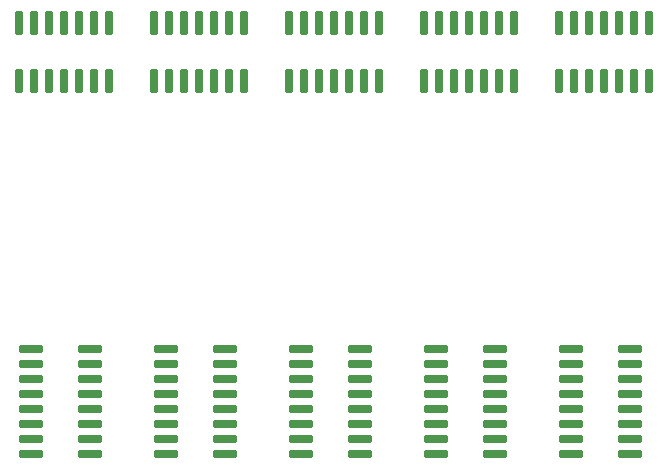
<source format=gtp>
G04 #@! TF.GenerationSoftware,KiCad,Pcbnew,7.0.9*
G04 #@! TF.CreationDate,2023-12-28T16:33:31-08:00*
G04 #@! TF.ProjectId,soic breakouts,736f6963-2062-4726-9561-6b6f7574732e,rev?*
G04 #@! TF.SameCoordinates,Original*
G04 #@! TF.FileFunction,Paste,Top*
G04 #@! TF.FilePolarity,Positive*
%FSLAX46Y46*%
G04 Gerber Fmt 4.6, Leading zero omitted, Abs format (unit mm)*
G04 Created by KiCad (PCBNEW 7.0.9) date 2023-12-28 16:33:31*
%MOMM*%
%LPD*%
G01*
G04 APERTURE LIST*
G04 Aperture macros list*
%AMRoundRect*
0 Rectangle with rounded corners*
0 $1 Rounding radius*
0 $2 $3 $4 $5 $6 $7 $8 $9 X,Y pos of 4 corners*
0 Add a 4 corners polygon primitive as box body*
4,1,4,$2,$3,$4,$5,$6,$7,$8,$9,$2,$3,0*
0 Add four circle primitives for the rounded corners*
1,1,$1+$1,$2,$3*
1,1,$1+$1,$4,$5*
1,1,$1+$1,$6,$7*
1,1,$1+$1,$8,$9*
0 Add four rect primitives between the rounded corners*
20,1,$1+$1,$2,$3,$4,$5,0*
20,1,$1+$1,$4,$5,$6,$7,0*
20,1,$1+$1,$6,$7,$8,$9,0*
20,1,$1+$1,$8,$9,$2,$3,0*%
G04 Aperture macros list end*
%ADD10RoundRect,0.042000X-0.943000X-0.258000X0.943000X-0.258000X0.943000X0.258000X-0.943000X0.258000X0*%
%ADD11RoundRect,0.090000X-0.210000X0.895000X-0.210000X-0.895000X0.210000X-0.895000X0.210000X0.895000X0*%
G04 APERTURE END LIST*
D10*
X138419000Y-60477400D03*
X138419000Y-61747400D03*
X138419000Y-63017400D03*
X138419000Y-64287400D03*
X138419000Y-65557400D03*
X138419000Y-66827400D03*
X138419000Y-68097400D03*
X138419000Y-69367400D03*
X143369000Y-69367400D03*
X143369000Y-68097400D03*
X143369000Y-66827400D03*
X143369000Y-65557400D03*
X143369000Y-64287400D03*
X143369000Y-63017400D03*
X143369000Y-61747400D03*
X143369000Y-60477400D03*
X126989000Y-60477400D03*
X126989000Y-61747400D03*
X126989000Y-63017400D03*
X126989000Y-64287400D03*
X126989000Y-65557400D03*
X126989000Y-66827400D03*
X126989000Y-68097400D03*
X126989000Y-69367400D03*
X131939000Y-69367400D03*
X131939000Y-68097400D03*
X131939000Y-66827400D03*
X131939000Y-65557400D03*
X131939000Y-64287400D03*
X131939000Y-63017400D03*
X131939000Y-61747400D03*
X131939000Y-60477400D03*
X120509000Y-60477400D03*
X120509000Y-61747400D03*
X120509000Y-63017400D03*
X120509000Y-64287400D03*
X120509000Y-65557400D03*
X120509000Y-66827400D03*
X120509000Y-68097400D03*
X120509000Y-69367400D03*
X115559000Y-69367400D03*
X115559000Y-68097400D03*
X115559000Y-66827400D03*
X115559000Y-65557400D03*
X115559000Y-64287400D03*
X115559000Y-63017400D03*
X115559000Y-61747400D03*
X115559000Y-60477400D03*
X104129000Y-60477400D03*
X104129000Y-61747400D03*
X104129000Y-63017400D03*
X104129000Y-64287400D03*
X104129000Y-65557400D03*
X104129000Y-66827400D03*
X104129000Y-68097400D03*
X104129000Y-69367400D03*
X109079000Y-69367400D03*
X109079000Y-68097400D03*
X109079000Y-66827400D03*
X109079000Y-65557400D03*
X109079000Y-64287400D03*
X109079000Y-63017400D03*
X109079000Y-61747400D03*
X109079000Y-60477400D03*
X97649000Y-60477400D03*
X97649000Y-61747400D03*
X97649000Y-63017400D03*
X97649000Y-64287400D03*
X97649000Y-65557400D03*
X97649000Y-66827400D03*
X97649000Y-68097400D03*
X97649000Y-69367400D03*
X92699000Y-69367400D03*
X92699000Y-68097400D03*
X92699000Y-66827400D03*
X92699000Y-65557400D03*
X92699000Y-64287400D03*
X92699000Y-63017400D03*
X92699000Y-61747400D03*
X92699000Y-60477400D03*
D11*
X99328200Y-37781000D03*
X98058200Y-37781000D03*
X96788200Y-37781000D03*
X95518200Y-37781000D03*
X94248200Y-37781000D03*
X92978200Y-37781000D03*
X91708200Y-37781000D03*
X91708200Y-32831000D03*
X92978200Y-32831000D03*
X94248200Y-32831000D03*
X95518200Y-32831000D03*
X96788200Y-32831000D03*
X98058200Y-32831000D03*
X99328200Y-32831000D03*
X145048200Y-37781000D03*
X143778200Y-37781000D03*
X142508200Y-37781000D03*
X141238200Y-37781000D03*
X139968200Y-37781000D03*
X138698200Y-37781000D03*
X137428200Y-37781000D03*
X137428200Y-32831000D03*
X138698200Y-32831000D03*
X139968200Y-32831000D03*
X141238200Y-32831000D03*
X142508200Y-32831000D03*
X143778200Y-32831000D03*
X145048200Y-32831000D03*
X133618200Y-37781000D03*
X132348200Y-37781000D03*
X131078200Y-37781000D03*
X129808200Y-37781000D03*
X128538200Y-37781000D03*
X127268200Y-37781000D03*
X125998200Y-37781000D03*
X125998200Y-32831000D03*
X127268200Y-32831000D03*
X128538200Y-32831000D03*
X129808200Y-32831000D03*
X131078200Y-32831000D03*
X132348200Y-32831000D03*
X133618200Y-32831000D03*
X122188200Y-37781000D03*
X120918200Y-37781000D03*
X119648200Y-37781000D03*
X118378200Y-37781000D03*
X117108200Y-37781000D03*
X115838200Y-37781000D03*
X114568200Y-37781000D03*
X114568200Y-32831000D03*
X115838200Y-32831000D03*
X117108200Y-32831000D03*
X118378200Y-32831000D03*
X119648200Y-32831000D03*
X120918200Y-32831000D03*
X122188200Y-32831000D03*
X110758200Y-37781000D03*
X109488200Y-37781000D03*
X108218200Y-37781000D03*
X106948200Y-37781000D03*
X105678200Y-37781000D03*
X104408200Y-37781000D03*
X103138200Y-37781000D03*
X103138200Y-32831000D03*
X104408200Y-32831000D03*
X105678200Y-32831000D03*
X106948200Y-32831000D03*
X108218200Y-32831000D03*
X109488200Y-32831000D03*
X110758200Y-32831000D03*
M02*

</source>
